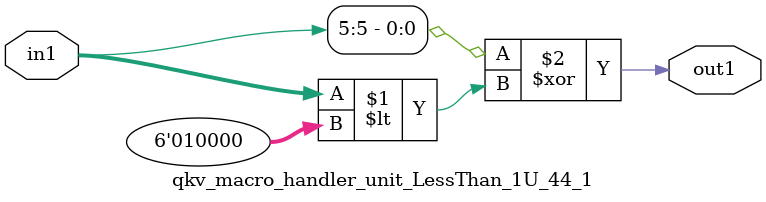
<source format=v>

`timescale 1ps / 1ps


module qkv_macro_handler_unit_LessThan_1U_44_1( in1, out1 );

    input [5:0] in1;
    output out1;

    
    // rtl_process:qkv_macro_handler_unit_LessThan_1U_44_1/qkv_macro_handler_unit_LessThan_1U_44_1_thread_1
    assign out1 = (in1[5] ^ in1 < 6'd16);

endmodule



</source>
